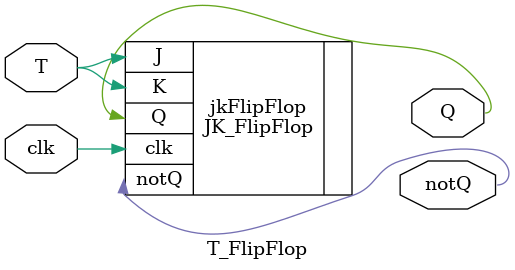
<source format=v>
module T_FlipFlop(
    input T,
    input clk,
    output Q,
    output notQ
);
   
    JK_FlipFlop jkFlipFlop(
    .J(T),
    .K(T),
    .clk(clk),
    .Q(Q),
    .notQ(notQ)
    );
    
endmodule        
</source>
